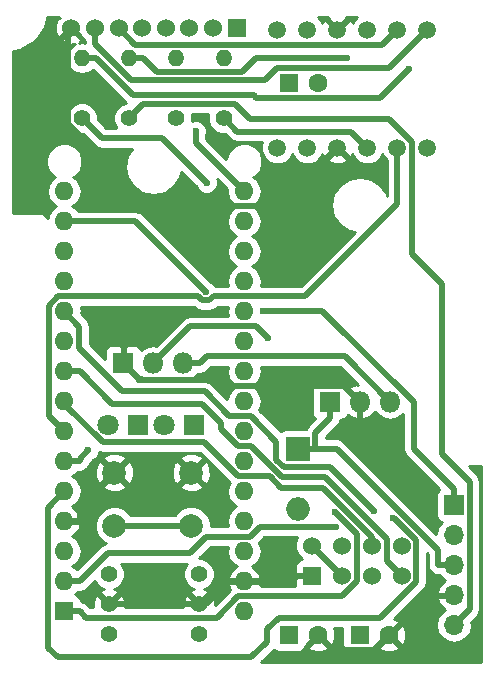
<source format=gbr>
G04 #@! TF.FileFunction,Copper,L2,Bot,Signal*
%FSLAX46Y46*%
G04 Gerber Fmt 4.6, Leading zero omitted, Abs format (unit mm)*
G04 Created by KiCad (PCBNEW 4.0.7) date 07/08/18 15:45:41*
%MOMM*%
%LPD*%
G01*
G04 APERTURE LIST*
%ADD10C,0.100000*%
%ADD11R,1.600000X1.600000*%
%ADD12C,1.600000*%
%ADD13O,1.600000X1.600000*%
%ADD14R,2.000000X2.000000*%
%ADD15O,2.000000X2.000000*%
%ADD16R,1.800000X1.800000*%
%ADD17C,1.800000*%
%ADD18C,1.400000*%
%ADD19R,1.700000X1.700000*%
%ADD20O,1.700000X1.700000*%
%ADD21O,1.400000X1.400000*%
%ADD22C,2.000000*%
%ADD23R,1.524000X1.524000*%
%ADD24C,1.524000*%
%ADD25O,1.800000X1.800000*%
%ADD26C,1.500000*%
%ADD27C,0.600000*%
%ADD28C,0.500000*%
%ADD29C,0.254000*%
G04 APERTURE END LIST*
D10*
D11*
X141000000Y-79250000D03*
D12*
X143500000Y-79250000D03*
D11*
X141000000Y-126000000D03*
D12*
X143500000Y-126000000D03*
D11*
X147000000Y-126000000D03*
D12*
X149500000Y-126000000D03*
D11*
X122000000Y-124000000D03*
D13*
X137240000Y-90980000D03*
X122000000Y-121460000D03*
X137240000Y-93520000D03*
X122000000Y-118920000D03*
X137240000Y-96060000D03*
X122000000Y-116380000D03*
X137240000Y-98600000D03*
X122000000Y-113840000D03*
X137240000Y-101140000D03*
X122000000Y-111300000D03*
X137240000Y-103680000D03*
X122000000Y-108760000D03*
X137240000Y-106220000D03*
X122000000Y-106220000D03*
X137240000Y-108760000D03*
X122000000Y-103680000D03*
X137240000Y-111300000D03*
X122000000Y-101140000D03*
X137240000Y-113840000D03*
X122000000Y-98600000D03*
X137240000Y-116380000D03*
X122000000Y-96060000D03*
X137240000Y-118920000D03*
X122000000Y-93520000D03*
X137240000Y-121460000D03*
X122000000Y-90980000D03*
X137240000Y-124000000D03*
X122000000Y-88440000D03*
X137240000Y-88440000D03*
D14*
X141750000Y-110250000D03*
D15*
X141750000Y-115330000D03*
D16*
X133000000Y-108250000D03*
D17*
X130460000Y-108250000D03*
D16*
X128250000Y-108250000D03*
D17*
X125710000Y-108250000D03*
D18*
X125790000Y-125940000D03*
X133410000Y-125940000D03*
X125790000Y-123400000D03*
X133410000Y-123400000D03*
X125790000Y-120860000D03*
X133410000Y-120860000D03*
D19*
X155000000Y-115000000D03*
D20*
X155000000Y-117540000D03*
X155000000Y-120080000D03*
X155000000Y-122620000D03*
X155000000Y-125160000D03*
D18*
X123500000Y-82250000D03*
D21*
X123500000Y-77170000D03*
D18*
X127500000Y-82250000D03*
D21*
X127500000Y-77170000D03*
D18*
X131500000Y-82250000D03*
D21*
X131500000Y-77170000D03*
D18*
X135500000Y-82250000D03*
D21*
X135500000Y-77170000D03*
D22*
X126250000Y-116750000D03*
X126250000Y-112250000D03*
X132750000Y-116750000D03*
X132750000Y-112250000D03*
D23*
X136600000Y-74600000D03*
D24*
X134600000Y-74600000D03*
X132600000Y-74600000D03*
X130600000Y-74600000D03*
X128600000Y-74600000D03*
X126600000Y-74600000D03*
X124600000Y-74600000D03*
X122600000Y-74600000D03*
D16*
X144500000Y-106250000D03*
D25*
X147040000Y-106250000D03*
X149580000Y-106250000D03*
D16*
X127000000Y-103000000D03*
D25*
X129540000Y-103000000D03*
X132080000Y-103000000D03*
D26*
X140050000Y-84750000D03*
X140050000Y-74750000D03*
X142590000Y-84750000D03*
X142590000Y-74750000D03*
X145130000Y-84750000D03*
X145130000Y-74750000D03*
X147670000Y-84750000D03*
X147670000Y-74750000D03*
X150210000Y-84750000D03*
X150210000Y-74750000D03*
X152750000Y-84750000D03*
X152750000Y-74750000D03*
D23*
X142950000Y-121000000D03*
D24*
X142950000Y-118460000D03*
X145490000Y-121000000D03*
X145490000Y-118460000D03*
X148030000Y-121000000D03*
X148030000Y-118460000D03*
X150570000Y-121000000D03*
X150570000Y-118460000D03*
D27*
X139241600Y-100845500D03*
X144901500Y-115628500D03*
X144976300Y-116843600D03*
X149853800Y-116096200D03*
X124028800Y-110375400D03*
X151171400Y-78066600D03*
X143200300Y-113553000D03*
X148240900Y-115534700D03*
X133982100Y-96932800D03*
X133142100Y-83353800D03*
X134048500Y-87698700D03*
X138865500Y-98550500D03*
X145957700Y-77112800D03*
D28*
X143250000Y-108900000D02*
X143250000Y-110250000D01*
X144500000Y-107650000D02*
X143250000Y-108900000D01*
X144500000Y-106250000D02*
X144500000Y-107650000D01*
X141750000Y-110250000D02*
X143250000Y-110250000D01*
X145085600Y-110250000D02*
X143250000Y-110250000D01*
X153650000Y-118814400D02*
X145085600Y-110250000D01*
X153650000Y-120080000D02*
X153650000Y-118814400D01*
X155000000Y-120080000D02*
X153650000Y-120080000D01*
X137240000Y-121460000D02*
X135940000Y-121460000D01*
X123300000Y-115200000D02*
X126250000Y-112250000D01*
X123300000Y-116380000D02*
X123300000Y-115200000D01*
X122000000Y-116380000D02*
X123300000Y-116380000D01*
X122333800Y-74866200D02*
X122600000Y-74600000D01*
X122333800Y-82760500D02*
X122333800Y-74866200D01*
X129283200Y-89709900D02*
X122333800Y-82760500D01*
X140170100Y-89709900D02*
X129283200Y-89709900D01*
X145130000Y-84750000D02*
X140170100Y-89709900D01*
X128402900Y-104402900D02*
X127000000Y-103000000D01*
X134429100Y-104402900D02*
X128402900Y-104402900D01*
X134976200Y-104950000D02*
X134429100Y-104402900D01*
X138440000Y-104950000D02*
X134976200Y-104950000D01*
X138490400Y-104899600D02*
X138440000Y-104950000D01*
X145689600Y-104899600D02*
X138490400Y-104899600D01*
X147040000Y-106250000D02*
X145689600Y-104899600D01*
X148249600Y-127250400D02*
X149500000Y-126000000D01*
X144750400Y-127250400D02*
X148249600Y-127250400D01*
X143500000Y-126000000D02*
X144750400Y-127250400D01*
X134000000Y-123400000D02*
X133410000Y-123400000D01*
X135940000Y-121460000D02*
X134000000Y-123400000D01*
X133410000Y-123400000D02*
X125790000Y-123400000D01*
X139000000Y-121000000D02*
X138540000Y-121460000D01*
X142950000Y-121000000D02*
X139000000Y-121000000D01*
X137240000Y-121460000D02*
X138540000Y-121460000D01*
X136635700Y-83385700D02*
X135500000Y-82250000D01*
X146305700Y-83385700D02*
X136635700Y-83385700D01*
X147670000Y-84750000D02*
X146305700Y-83385700D01*
X145750100Y-102420100D02*
X149580000Y-106250000D01*
X134059900Y-102420100D02*
X145750100Y-102420100D01*
X133480000Y-103000000D02*
X134059900Y-102420100D01*
X132080000Y-103000000D02*
X133480000Y-103000000D01*
X145490000Y-121000000D02*
X142950000Y-118460000D01*
X132670000Y-99870000D02*
X129540000Y-103000000D01*
X138266100Y-99870000D02*
X132670000Y-99870000D01*
X139241600Y-100845500D02*
X138266100Y-99870000D01*
X122000000Y-124000000D02*
X123300000Y-124000000D01*
X146760000Y-117487000D02*
X144901500Y-115628500D01*
X146760000Y-121466800D02*
X146760000Y-117487000D01*
X145516400Y-122710400D02*
X146760000Y-121466800D01*
X136734500Y-122710400D02*
X145516400Y-122710400D01*
X134894500Y-124550400D02*
X136734500Y-122710400D01*
X123850400Y-124550400D02*
X134894500Y-124550400D01*
X123300000Y-124000000D02*
X123850400Y-124550400D01*
X122000000Y-121460000D02*
X123300000Y-121460000D01*
X138576600Y-116843600D02*
X144976300Y-116843600D01*
X137750600Y-117669600D02*
X138576600Y-116843600D01*
X134030600Y-117669600D02*
X137750600Y-117669600D01*
X132617400Y-119082800D02*
X134030600Y-117669600D01*
X125677200Y-119082800D02*
X132617400Y-119082800D01*
X123300000Y-121460000D02*
X125677200Y-119082800D01*
X149937600Y-116096200D02*
X149853800Y-116096200D01*
X151799900Y-117958500D02*
X149937600Y-116096200D01*
X151799900Y-121492700D02*
X151799900Y-117958500D01*
X148742800Y-124549800D02*
X151799900Y-121492700D01*
X140150000Y-124549800D02*
X148742800Y-124549800D01*
X139165000Y-125534800D02*
X140150000Y-124549800D01*
X139165000Y-126561100D02*
X139165000Y-125534800D01*
X137824500Y-127901600D02*
X139165000Y-126561100D01*
X121436800Y-127901600D02*
X137824500Y-127901600D01*
X120626400Y-127091200D02*
X121436800Y-127901600D01*
X120626400Y-115213600D02*
X120626400Y-127091200D01*
X122000000Y-113840000D02*
X120626400Y-115213600D01*
X123300000Y-111104200D02*
X123300000Y-111300000D01*
X124028800Y-110375400D02*
X123300000Y-111104200D01*
X122000000Y-111300000D02*
X123300000Y-111300000D01*
X123500000Y-77170000D02*
X124700000Y-77170000D01*
X148733600Y-80504400D02*
X151171400Y-78066600D01*
X138270600Y-80504400D02*
X148733600Y-80504400D01*
X138064000Y-80297800D02*
X138270600Y-80504400D01*
X127827800Y-80297800D02*
X138064000Y-80297800D01*
X124700000Y-77170000D02*
X127827800Y-80297800D01*
X150210000Y-89544400D02*
X150210000Y-84750000D01*
X142424400Y-97330000D02*
X150210000Y-89544400D01*
X134646100Y-97330000D02*
X142424400Y-97330000D01*
X134293000Y-97683100D02*
X134646100Y-97330000D01*
X133671300Y-97683100D02*
X134293000Y-97683100D01*
X133318200Y-97330000D02*
X133671300Y-97683100D01*
X121495000Y-97330000D02*
X133318200Y-97330000D01*
X120710400Y-98114600D02*
X121495000Y-97330000D01*
X120710400Y-107470400D02*
X120710400Y-98114600D01*
X122000000Y-108760000D02*
X120710400Y-107470400D01*
X140369500Y-113553000D02*
X143200300Y-113553000D01*
X139386500Y-112570000D02*
X140369500Y-113553000D01*
X136741500Y-112570000D02*
X139386500Y-112570000D01*
X133863000Y-109691500D02*
X136741500Y-112570000D01*
X125241500Y-109691500D02*
X133863000Y-109691500D01*
X122000000Y-106450000D02*
X125241500Y-109691500D01*
X122000000Y-106220000D02*
X122000000Y-106450000D01*
X148030000Y-117668600D02*
X148030000Y-118460000D01*
X143914400Y-113553000D02*
X148030000Y-117668600D01*
X143200300Y-113553000D02*
X143914400Y-113553000D01*
X122000000Y-103680000D02*
X123300000Y-103680000D01*
X149300000Y-119730000D02*
X150570000Y-121000000D01*
X149300000Y-117846000D02*
X149300000Y-119730000D01*
X144108700Y-112654700D02*
X149300000Y-117846000D01*
X140461700Y-112654700D02*
X144108700Y-112654700D01*
X137837000Y-110030000D02*
X140461700Y-112654700D01*
X136703600Y-110030000D02*
X137837000Y-110030000D01*
X135252100Y-108578500D02*
X136703600Y-110030000D01*
X135252100Y-108053700D02*
X135252100Y-108578500D01*
X133626100Y-106427700D02*
X135252100Y-108053700D01*
X126047700Y-106427700D02*
X133626100Y-106427700D01*
X123300000Y-103680000D02*
X126047700Y-106427700D01*
X144491100Y-111784900D02*
X148240900Y-115534700D01*
X140582400Y-111784900D02*
X144491100Y-111784900D01*
X139968500Y-111171000D02*
X140582400Y-111784900D01*
X139968500Y-109652500D02*
X139968500Y-111171000D01*
X137806000Y-107490000D02*
X139968500Y-109652500D01*
X135989600Y-107490000D02*
X137806000Y-107490000D01*
X133877000Y-105377400D02*
X135989600Y-107490000D01*
X126925800Y-105377400D02*
X133877000Y-105377400D01*
X123289600Y-101741200D02*
X126925800Y-105377400D01*
X123289600Y-99889600D02*
X123289600Y-101741200D01*
X122000000Y-98600000D02*
X123289600Y-99889600D01*
X128029300Y-90980000D02*
X122000000Y-90980000D01*
X133982100Y-96932800D02*
X128029300Y-90980000D01*
X133142100Y-84342100D02*
X137240000Y-88440000D01*
X133142100Y-83353800D02*
X133142100Y-84342100D01*
X151581800Y-110231800D02*
X155000000Y-113650000D01*
X151581800Y-106288400D02*
X151581800Y-110231800D01*
X143843900Y-98550500D02*
X151581800Y-106288400D01*
X138865500Y-98550500D02*
X143843900Y-98550500D01*
X155000000Y-115000000D02*
X155000000Y-113650000D01*
X130280700Y-83930900D02*
X134048500Y-87698700D01*
X125180900Y-83930900D02*
X130280700Y-83930900D01*
X123500000Y-82250000D02*
X125180900Y-83930900D01*
X156327700Y-123832300D02*
X155000000Y-125160000D01*
X156327700Y-113013000D02*
X156327700Y-123832300D01*
X153954800Y-110640100D02*
X156327700Y-113013000D01*
X153954800Y-96263500D02*
X153954800Y-110640100D01*
X151438900Y-93747600D02*
X153954800Y-96263500D01*
X151438900Y-84281000D02*
X151438900Y-93747600D01*
X149455600Y-82297700D02*
X151438900Y-84281000D01*
X137743300Y-82297700D02*
X149455600Y-82297700D01*
X136495400Y-81049800D02*
X137743300Y-82297700D01*
X128700200Y-81049800D02*
X136495400Y-81049800D01*
X127500000Y-82250000D02*
X128700200Y-81049800D01*
X138247200Y-77112800D02*
X145957700Y-77112800D01*
X137027100Y-78332900D02*
X138247200Y-77112800D01*
X129862900Y-78332900D02*
X137027100Y-78332900D01*
X128700000Y-77170000D02*
X129862900Y-78332900D01*
X127500000Y-77170000D02*
X128700000Y-77170000D01*
X128019600Y-76019600D02*
X126600000Y-74600000D01*
X148940400Y-76019600D02*
X128019600Y-76019600D01*
X150210000Y-74750000D02*
X148940400Y-76019600D01*
X124600000Y-75969200D02*
X124600000Y-74600000D01*
X127664100Y-79033300D02*
X124600000Y-75969200D01*
X138972200Y-79033300D02*
X127664100Y-79033300D01*
X140005900Y-77999600D02*
X138972200Y-79033300D01*
X149500400Y-77999600D02*
X140005900Y-77999600D01*
X152750000Y-74750000D02*
X149500400Y-77999600D01*
X132750000Y-116750000D02*
X126250000Y-116750000D01*
D29*
G36*
X157315000Y-128315000D02*
X138662680Y-128315000D01*
X139732123Y-127245556D01*
X139735910Y-127251441D01*
X139948110Y-127396431D01*
X140200000Y-127447440D01*
X141800000Y-127447440D01*
X142035317Y-127403162D01*
X142251441Y-127264090D01*
X142396431Y-127051890D01*
X142405370Y-127007745D01*
X142671861Y-127007745D01*
X142745995Y-127253864D01*
X143283223Y-127446965D01*
X143853454Y-127419778D01*
X144254005Y-127253864D01*
X144328139Y-127007745D01*
X143500000Y-126179605D01*
X142671861Y-127007745D01*
X142405370Y-127007745D01*
X142444646Y-126813799D01*
X142492255Y-126828139D01*
X143320395Y-126000000D01*
X143306252Y-125985858D01*
X143485858Y-125806253D01*
X143500000Y-125820395D01*
X143514143Y-125806253D01*
X143693748Y-125985858D01*
X143679605Y-126000000D01*
X144507745Y-126828139D01*
X144753864Y-126754005D01*
X144946965Y-126216777D01*
X144919778Y-125646546D01*
X144832070Y-125434800D01*
X145552560Y-125434800D01*
X145552560Y-126800000D01*
X145596838Y-127035317D01*
X145735910Y-127251441D01*
X145948110Y-127396431D01*
X146200000Y-127447440D01*
X147800000Y-127447440D01*
X148035317Y-127403162D01*
X148251441Y-127264090D01*
X148396431Y-127051890D01*
X148405370Y-127007745D01*
X148671861Y-127007745D01*
X148745995Y-127253864D01*
X149283223Y-127446965D01*
X149853454Y-127419778D01*
X150254005Y-127253864D01*
X150328139Y-127007745D01*
X149500000Y-126179605D01*
X148671861Y-127007745D01*
X148405370Y-127007745D01*
X148444646Y-126813799D01*
X148492255Y-126828139D01*
X149320395Y-126000000D01*
X149679605Y-126000000D01*
X150507745Y-126828139D01*
X150753864Y-126754005D01*
X150946965Y-126216777D01*
X150919778Y-125646546D01*
X150753864Y-125245995D01*
X150507745Y-125171861D01*
X149679605Y-126000000D01*
X149320395Y-126000000D01*
X149306253Y-125985858D01*
X149485858Y-125806252D01*
X149500000Y-125820395D01*
X150328139Y-124992255D01*
X150254005Y-124746136D01*
X149918601Y-124625579D01*
X152425687Y-122118492D01*
X152425690Y-122118490D01*
X152617533Y-121831375D01*
X152618722Y-121825399D01*
X152684901Y-121492700D01*
X152684900Y-121492695D01*
X152684900Y-119100879D01*
X152765000Y-119180979D01*
X152765000Y-120080000D01*
X152832367Y-120418675D01*
X153024210Y-120705790D01*
X153311325Y-120897633D01*
X153650000Y-120965000D01*
X153810568Y-120965000D01*
X153920853Y-121130054D01*
X154261553Y-121357702D01*
X154118642Y-121424817D01*
X153728355Y-121853076D01*
X153558524Y-122263110D01*
X153679845Y-122493000D01*
X154873000Y-122493000D01*
X154873000Y-122473000D01*
X155127000Y-122473000D01*
X155127000Y-122493000D01*
X155147000Y-122493000D01*
X155147000Y-122747000D01*
X155127000Y-122747000D01*
X155127000Y-122767000D01*
X154873000Y-122767000D01*
X154873000Y-122747000D01*
X153679845Y-122747000D01*
X153558524Y-122976890D01*
X153728355Y-123386924D01*
X154118642Y-123815183D01*
X154261553Y-123882298D01*
X153920853Y-124109946D01*
X153598946Y-124591715D01*
X153485907Y-125160000D01*
X153598946Y-125728285D01*
X153920853Y-126210054D01*
X154402622Y-126531961D01*
X154970907Y-126645000D01*
X155029093Y-126645000D01*
X155597378Y-126531961D01*
X156079147Y-126210054D01*
X156401054Y-125728285D01*
X156514093Y-125160000D01*
X156470539Y-124941040D01*
X156953487Y-124458092D01*
X156953490Y-124458090D01*
X157145333Y-124170975D01*
X157212700Y-123832300D01*
X157212700Y-113013000D01*
X157145333Y-112674325D01*
X156953490Y-112387210D01*
X156953487Y-112387208D01*
X156251279Y-111685000D01*
X157315000Y-111685000D01*
X157315000Y-128315000D01*
X157315000Y-128315000D01*
G37*
X157315000Y-128315000D02*
X138662680Y-128315000D01*
X139732123Y-127245556D01*
X139735910Y-127251441D01*
X139948110Y-127396431D01*
X140200000Y-127447440D01*
X141800000Y-127447440D01*
X142035317Y-127403162D01*
X142251441Y-127264090D01*
X142396431Y-127051890D01*
X142405370Y-127007745D01*
X142671861Y-127007745D01*
X142745995Y-127253864D01*
X143283223Y-127446965D01*
X143853454Y-127419778D01*
X144254005Y-127253864D01*
X144328139Y-127007745D01*
X143500000Y-126179605D01*
X142671861Y-127007745D01*
X142405370Y-127007745D01*
X142444646Y-126813799D01*
X142492255Y-126828139D01*
X143320395Y-126000000D01*
X143306252Y-125985858D01*
X143485858Y-125806253D01*
X143500000Y-125820395D01*
X143514143Y-125806253D01*
X143693748Y-125985858D01*
X143679605Y-126000000D01*
X144507745Y-126828139D01*
X144753864Y-126754005D01*
X144946965Y-126216777D01*
X144919778Y-125646546D01*
X144832070Y-125434800D01*
X145552560Y-125434800D01*
X145552560Y-126800000D01*
X145596838Y-127035317D01*
X145735910Y-127251441D01*
X145948110Y-127396431D01*
X146200000Y-127447440D01*
X147800000Y-127447440D01*
X148035317Y-127403162D01*
X148251441Y-127264090D01*
X148396431Y-127051890D01*
X148405370Y-127007745D01*
X148671861Y-127007745D01*
X148745995Y-127253864D01*
X149283223Y-127446965D01*
X149853454Y-127419778D01*
X150254005Y-127253864D01*
X150328139Y-127007745D01*
X149500000Y-126179605D01*
X148671861Y-127007745D01*
X148405370Y-127007745D01*
X148444646Y-126813799D01*
X148492255Y-126828139D01*
X149320395Y-126000000D01*
X149679605Y-126000000D01*
X150507745Y-126828139D01*
X150753864Y-126754005D01*
X150946965Y-126216777D01*
X150919778Y-125646546D01*
X150753864Y-125245995D01*
X150507745Y-125171861D01*
X149679605Y-126000000D01*
X149320395Y-126000000D01*
X149306253Y-125985858D01*
X149485858Y-125806252D01*
X149500000Y-125820395D01*
X150328139Y-124992255D01*
X150254005Y-124746136D01*
X149918601Y-124625579D01*
X152425687Y-122118492D01*
X152425690Y-122118490D01*
X152617533Y-121831375D01*
X152618722Y-121825399D01*
X152684901Y-121492700D01*
X152684900Y-121492695D01*
X152684900Y-119100879D01*
X152765000Y-119180979D01*
X152765000Y-120080000D01*
X152832367Y-120418675D01*
X153024210Y-120705790D01*
X153311325Y-120897633D01*
X153650000Y-120965000D01*
X153810568Y-120965000D01*
X153920853Y-121130054D01*
X154261553Y-121357702D01*
X154118642Y-121424817D01*
X153728355Y-121853076D01*
X153558524Y-122263110D01*
X153679845Y-122493000D01*
X154873000Y-122493000D01*
X154873000Y-122473000D01*
X155127000Y-122473000D01*
X155127000Y-122493000D01*
X155147000Y-122493000D01*
X155147000Y-122747000D01*
X155127000Y-122747000D01*
X155127000Y-122767000D01*
X154873000Y-122767000D01*
X154873000Y-122747000D01*
X153679845Y-122747000D01*
X153558524Y-122976890D01*
X153728355Y-123386924D01*
X154118642Y-123815183D01*
X154261553Y-123882298D01*
X153920853Y-124109946D01*
X153598946Y-124591715D01*
X153485907Y-125160000D01*
X153598946Y-125728285D01*
X153920853Y-126210054D01*
X154402622Y-126531961D01*
X154970907Y-126645000D01*
X155029093Y-126645000D01*
X155597378Y-126531961D01*
X156079147Y-126210054D01*
X156401054Y-125728285D01*
X156514093Y-125160000D01*
X156470539Y-124941040D01*
X156953487Y-124458092D01*
X156953490Y-124458090D01*
X157145333Y-124170975D01*
X157212700Y-123832300D01*
X157212700Y-113013000D01*
X157145333Y-112674325D01*
X156953490Y-112387210D01*
X156953487Y-112387208D01*
X156251279Y-111685000D01*
X157315000Y-111685000D01*
X157315000Y-128315000D01*
G36*
X141553243Y-118180900D02*
X141552758Y-118736661D01*
X141764990Y-119250303D01*
X142117072Y-119603000D01*
X142061691Y-119603000D01*
X141828302Y-119699673D01*
X141649673Y-119878301D01*
X141553000Y-120111690D01*
X141553000Y-120714250D01*
X141711750Y-120873000D01*
X142823000Y-120873000D01*
X142823000Y-120853000D01*
X143077000Y-120853000D01*
X143077000Y-120873000D01*
X143097000Y-120873000D01*
X143097000Y-121127000D01*
X143077000Y-121127000D01*
X143077000Y-121147000D01*
X142823000Y-121147000D01*
X142823000Y-121127000D01*
X141711750Y-121127000D01*
X141553000Y-121285750D01*
X141553000Y-121825400D01*
X138625128Y-121825400D01*
X138631904Y-121809039D01*
X138509915Y-121587000D01*
X137367000Y-121587000D01*
X137367000Y-121607000D01*
X137113000Y-121607000D01*
X137113000Y-121587000D01*
X135970085Y-121587000D01*
X135848096Y-121809039D01*
X136005134Y-122188187D01*
X134749345Y-123443975D01*
X134728664Y-123062560D01*
X134581042Y-122706169D01*
X134345275Y-122644331D01*
X133589605Y-123400000D01*
X133603748Y-123414143D01*
X133424143Y-123593748D01*
X133410000Y-123579605D01*
X133395858Y-123593748D01*
X133216253Y-123414143D01*
X133230395Y-123400000D01*
X132474725Y-122644331D01*
X132238958Y-122706169D01*
X132062581Y-123207122D01*
X132087430Y-123665400D01*
X127111885Y-123665400D01*
X127137419Y-123592878D01*
X127108664Y-123062560D01*
X126961042Y-122706169D01*
X126725275Y-122644331D01*
X125969605Y-123400000D01*
X125983748Y-123414143D01*
X125804143Y-123593748D01*
X125790000Y-123579605D01*
X125775858Y-123593748D01*
X125596253Y-123414143D01*
X125610395Y-123400000D01*
X124854725Y-122644331D01*
X124618958Y-122706169D01*
X124442581Y-123207122D01*
X124467430Y-123665400D01*
X124216979Y-123665400D01*
X123925790Y-123374210D01*
X123868887Y-123336189D01*
X123638675Y-123182367D01*
X123582484Y-123171190D01*
X123436557Y-123142163D01*
X123403162Y-122964683D01*
X123264090Y-122748559D01*
X123051890Y-122603569D01*
X122896911Y-122572185D01*
X123042811Y-122474698D01*
X123129473Y-122345000D01*
X123299995Y-122345000D01*
X123300000Y-122345001D01*
X123604489Y-122284433D01*
X123638675Y-122277633D01*
X123925790Y-122085790D01*
X124581203Y-121430377D01*
X124657582Y-121615229D01*
X125032796Y-121991098D01*
X125351212Y-122123316D01*
X125096169Y-122228958D01*
X125034331Y-122464725D01*
X125790000Y-123220395D01*
X126545669Y-122464725D01*
X126483831Y-122228958D01*
X126207889Y-122131804D01*
X126545229Y-121992418D01*
X126921098Y-121617204D01*
X127124768Y-121126713D01*
X127125231Y-120595617D01*
X126922418Y-120104771D01*
X126785686Y-119967800D01*
X132414134Y-119967800D01*
X132278902Y-120102796D01*
X132075232Y-120593287D01*
X132074769Y-121124383D01*
X132277582Y-121615229D01*
X132652796Y-121991098D01*
X132971212Y-122123316D01*
X132716169Y-122228958D01*
X132654331Y-122464725D01*
X133410000Y-123220395D01*
X134165669Y-122464725D01*
X134103831Y-122228958D01*
X133827889Y-122131804D01*
X134165229Y-121992418D01*
X134541098Y-121617204D01*
X134744768Y-121126713D01*
X134745231Y-120595617D01*
X134542418Y-120104771D01*
X134167204Y-119728902D01*
X133676713Y-119525232D01*
X133426766Y-119525014D01*
X134397179Y-118554600D01*
X135849570Y-118554600D01*
X135776887Y-118920000D01*
X135886120Y-119469151D01*
X136197189Y-119934698D01*
X136601703Y-120204986D01*
X136384866Y-120307611D01*
X136008959Y-120722577D01*
X135848096Y-121110961D01*
X135970085Y-121333000D01*
X137113000Y-121333000D01*
X137113000Y-121313000D01*
X137367000Y-121313000D01*
X137367000Y-121333000D01*
X138509915Y-121333000D01*
X138631904Y-121110961D01*
X138471041Y-120722577D01*
X138095134Y-120307611D01*
X137878297Y-120204986D01*
X138282811Y-119934698D01*
X138593880Y-119469151D01*
X138703113Y-118920000D01*
X138593880Y-118370849D01*
X138476541Y-118195239D01*
X138943179Y-117728600D01*
X141741054Y-117728600D01*
X141553243Y-118180900D01*
X141553243Y-118180900D01*
G37*
X141553243Y-118180900D02*
X141552758Y-118736661D01*
X141764990Y-119250303D01*
X142117072Y-119603000D01*
X142061691Y-119603000D01*
X141828302Y-119699673D01*
X141649673Y-119878301D01*
X141553000Y-120111690D01*
X141553000Y-120714250D01*
X141711750Y-120873000D01*
X142823000Y-120873000D01*
X142823000Y-120853000D01*
X143077000Y-120853000D01*
X143077000Y-120873000D01*
X143097000Y-120873000D01*
X143097000Y-121127000D01*
X143077000Y-121127000D01*
X143077000Y-121147000D01*
X142823000Y-121147000D01*
X142823000Y-121127000D01*
X141711750Y-121127000D01*
X141553000Y-121285750D01*
X141553000Y-121825400D01*
X138625128Y-121825400D01*
X138631904Y-121809039D01*
X138509915Y-121587000D01*
X137367000Y-121587000D01*
X137367000Y-121607000D01*
X137113000Y-121607000D01*
X137113000Y-121587000D01*
X135970085Y-121587000D01*
X135848096Y-121809039D01*
X136005134Y-122188187D01*
X134749345Y-123443975D01*
X134728664Y-123062560D01*
X134581042Y-122706169D01*
X134345275Y-122644331D01*
X133589605Y-123400000D01*
X133603748Y-123414143D01*
X133424143Y-123593748D01*
X133410000Y-123579605D01*
X133395858Y-123593748D01*
X133216253Y-123414143D01*
X133230395Y-123400000D01*
X132474725Y-122644331D01*
X132238958Y-122706169D01*
X132062581Y-123207122D01*
X132087430Y-123665400D01*
X127111885Y-123665400D01*
X127137419Y-123592878D01*
X127108664Y-123062560D01*
X126961042Y-122706169D01*
X126725275Y-122644331D01*
X125969605Y-123400000D01*
X125983748Y-123414143D01*
X125804143Y-123593748D01*
X125790000Y-123579605D01*
X125775858Y-123593748D01*
X125596253Y-123414143D01*
X125610395Y-123400000D01*
X124854725Y-122644331D01*
X124618958Y-122706169D01*
X124442581Y-123207122D01*
X124467430Y-123665400D01*
X124216979Y-123665400D01*
X123925790Y-123374210D01*
X123868887Y-123336189D01*
X123638675Y-123182367D01*
X123582484Y-123171190D01*
X123436557Y-123142163D01*
X123403162Y-122964683D01*
X123264090Y-122748559D01*
X123051890Y-122603569D01*
X122896911Y-122572185D01*
X123042811Y-122474698D01*
X123129473Y-122345000D01*
X123299995Y-122345000D01*
X123300000Y-122345001D01*
X123604489Y-122284433D01*
X123638675Y-122277633D01*
X123925790Y-122085790D01*
X124581203Y-121430377D01*
X124657582Y-121615229D01*
X125032796Y-121991098D01*
X125351212Y-122123316D01*
X125096169Y-122228958D01*
X125034331Y-122464725D01*
X125790000Y-123220395D01*
X126545669Y-122464725D01*
X126483831Y-122228958D01*
X126207889Y-122131804D01*
X126545229Y-121992418D01*
X126921098Y-121617204D01*
X127124768Y-121126713D01*
X127125231Y-120595617D01*
X126922418Y-120104771D01*
X126785686Y-119967800D01*
X132414134Y-119967800D01*
X132278902Y-120102796D01*
X132075232Y-120593287D01*
X132074769Y-121124383D01*
X132277582Y-121615229D01*
X132652796Y-121991098D01*
X132971212Y-122123316D01*
X132716169Y-122228958D01*
X132654331Y-122464725D01*
X133410000Y-123220395D01*
X134165669Y-122464725D01*
X134103831Y-122228958D01*
X133827889Y-122131804D01*
X134165229Y-121992418D01*
X134541098Y-121617204D01*
X134744768Y-121126713D01*
X134745231Y-120595617D01*
X134542418Y-120104771D01*
X134167204Y-119728902D01*
X133676713Y-119525232D01*
X133426766Y-119525014D01*
X134397179Y-118554600D01*
X135849570Y-118554600D01*
X135776887Y-118920000D01*
X135886120Y-119469151D01*
X136197189Y-119934698D01*
X136601703Y-120204986D01*
X136384866Y-120307611D01*
X136008959Y-120722577D01*
X135848096Y-121110961D01*
X135970085Y-121333000D01*
X137113000Y-121333000D01*
X137113000Y-121313000D01*
X137367000Y-121313000D01*
X137367000Y-121333000D01*
X138509915Y-121333000D01*
X138631904Y-121110961D01*
X138471041Y-120722577D01*
X138095134Y-120307611D01*
X137878297Y-120204986D01*
X138282811Y-119934698D01*
X138593880Y-119469151D01*
X138703113Y-118920000D01*
X138593880Y-118370849D01*
X138476541Y-118195239D01*
X138943179Y-117728600D01*
X141741054Y-117728600D01*
X141553243Y-118180900D01*
G36*
X125241500Y-110576501D02*
X125241505Y-110576500D01*
X133496420Y-110576500D01*
X136016157Y-113096236D01*
X135886120Y-113290849D01*
X135776887Y-113840000D01*
X135886120Y-114389151D01*
X136197189Y-114854698D01*
X136579275Y-115110000D01*
X136197189Y-115365302D01*
X135886120Y-115830849D01*
X135776887Y-116380000D01*
X135857367Y-116784600D01*
X134384971Y-116784600D01*
X134385284Y-116426205D01*
X134136894Y-115825057D01*
X133677363Y-115364722D01*
X133076648Y-115115284D01*
X132426205Y-115114716D01*
X131825057Y-115363106D01*
X131364722Y-115822637D01*
X131347131Y-115865000D01*
X127653398Y-115865000D01*
X127636894Y-115825057D01*
X127177363Y-115364722D01*
X126576648Y-115115284D01*
X125926205Y-115114716D01*
X125325057Y-115363106D01*
X124864722Y-115822637D01*
X124615284Y-116423352D01*
X124614716Y-117073795D01*
X124863106Y-117674943D01*
X125322637Y-118135278D01*
X125539277Y-118225235D01*
X125338525Y-118265167D01*
X125051410Y-118457010D01*
X125051408Y-118457013D01*
X123050945Y-120457475D01*
X123042811Y-120445302D01*
X122660725Y-120190000D01*
X123042811Y-119934698D01*
X123353880Y-119469151D01*
X123463113Y-118920000D01*
X123353880Y-118370849D01*
X123042811Y-117905302D01*
X122638297Y-117635014D01*
X122855134Y-117532389D01*
X123231041Y-117117423D01*
X123391904Y-116729039D01*
X123269915Y-116507000D01*
X122127000Y-116507000D01*
X122127000Y-116527000D01*
X121873000Y-116527000D01*
X121873000Y-116507000D01*
X121853000Y-116507000D01*
X121853000Y-116253000D01*
X121873000Y-116253000D01*
X121873000Y-116233000D01*
X122127000Y-116233000D01*
X122127000Y-116253000D01*
X123269915Y-116253000D01*
X123391904Y-116030961D01*
X123231041Y-115642577D01*
X122855134Y-115227611D01*
X122638297Y-115124986D01*
X123042811Y-114854698D01*
X123353880Y-114389151D01*
X123463113Y-113840000D01*
X123376096Y-113402532D01*
X125277073Y-113402532D01*
X125375736Y-113669387D01*
X125985461Y-113895908D01*
X126635460Y-113871856D01*
X127124264Y-113669387D01*
X127222927Y-113402532D01*
X131777073Y-113402532D01*
X131875736Y-113669387D01*
X132485461Y-113895908D01*
X133135460Y-113871856D01*
X133624264Y-113669387D01*
X133722927Y-113402532D01*
X132750000Y-112429605D01*
X131777073Y-113402532D01*
X127222927Y-113402532D01*
X126250000Y-112429605D01*
X125277073Y-113402532D01*
X123376096Y-113402532D01*
X123353880Y-113290849D01*
X123042811Y-112825302D01*
X122660725Y-112570000D01*
X123042811Y-112314698D01*
X123129473Y-112185000D01*
X123300000Y-112185000D01*
X123638675Y-112117633D01*
X123836485Y-111985461D01*
X124604092Y-111985461D01*
X124628144Y-112635460D01*
X124830613Y-113124264D01*
X125097468Y-113222927D01*
X126070395Y-112250000D01*
X126429605Y-112250000D01*
X127402532Y-113222927D01*
X127669387Y-113124264D01*
X127895908Y-112514539D01*
X127876331Y-111985461D01*
X131104092Y-111985461D01*
X131128144Y-112635460D01*
X131330613Y-113124264D01*
X131597468Y-113222927D01*
X132570395Y-112250000D01*
X132929605Y-112250000D01*
X133902532Y-113222927D01*
X134169387Y-113124264D01*
X134395908Y-112514539D01*
X134371856Y-111864540D01*
X134169387Y-111375736D01*
X133902532Y-111277073D01*
X132929605Y-112250000D01*
X132570395Y-112250000D01*
X131597468Y-111277073D01*
X131330613Y-111375736D01*
X131104092Y-111985461D01*
X127876331Y-111985461D01*
X127871856Y-111864540D01*
X127669387Y-111375736D01*
X127402532Y-111277073D01*
X126429605Y-112250000D01*
X126070395Y-112250000D01*
X125097468Y-111277073D01*
X124830613Y-111375736D01*
X124604092Y-111985461D01*
X123836485Y-111985461D01*
X123925790Y-111925790D01*
X124117633Y-111638675D01*
X124142595Y-111513185D01*
X124437635Y-111218145D01*
X124557743Y-111168517D01*
X124628916Y-111097468D01*
X125277073Y-111097468D01*
X126250000Y-112070395D01*
X127222927Y-111097468D01*
X131777073Y-111097468D01*
X132750000Y-112070395D01*
X133722927Y-111097468D01*
X133624264Y-110830613D01*
X133014539Y-110604092D01*
X132364540Y-110628144D01*
X131875736Y-110830613D01*
X131777073Y-111097468D01*
X127222927Y-111097468D01*
X127124264Y-110830613D01*
X126514539Y-110604092D01*
X125864540Y-110628144D01*
X125375736Y-110830613D01*
X125277073Y-111097468D01*
X124628916Y-111097468D01*
X124820992Y-110905727D01*
X124963638Y-110562199D01*
X124963674Y-110521237D01*
X125241500Y-110576501D01*
X125241500Y-110576501D01*
G37*
X125241500Y-110576501D02*
X125241505Y-110576500D01*
X133496420Y-110576500D01*
X136016157Y-113096236D01*
X135886120Y-113290849D01*
X135776887Y-113840000D01*
X135886120Y-114389151D01*
X136197189Y-114854698D01*
X136579275Y-115110000D01*
X136197189Y-115365302D01*
X135886120Y-115830849D01*
X135776887Y-116380000D01*
X135857367Y-116784600D01*
X134384971Y-116784600D01*
X134385284Y-116426205D01*
X134136894Y-115825057D01*
X133677363Y-115364722D01*
X133076648Y-115115284D01*
X132426205Y-115114716D01*
X131825057Y-115363106D01*
X131364722Y-115822637D01*
X131347131Y-115865000D01*
X127653398Y-115865000D01*
X127636894Y-115825057D01*
X127177363Y-115364722D01*
X126576648Y-115115284D01*
X125926205Y-115114716D01*
X125325057Y-115363106D01*
X124864722Y-115822637D01*
X124615284Y-116423352D01*
X124614716Y-117073795D01*
X124863106Y-117674943D01*
X125322637Y-118135278D01*
X125539277Y-118225235D01*
X125338525Y-118265167D01*
X125051410Y-118457010D01*
X125051408Y-118457013D01*
X123050945Y-120457475D01*
X123042811Y-120445302D01*
X122660725Y-120190000D01*
X123042811Y-119934698D01*
X123353880Y-119469151D01*
X123463113Y-118920000D01*
X123353880Y-118370849D01*
X123042811Y-117905302D01*
X122638297Y-117635014D01*
X122855134Y-117532389D01*
X123231041Y-117117423D01*
X123391904Y-116729039D01*
X123269915Y-116507000D01*
X122127000Y-116507000D01*
X122127000Y-116527000D01*
X121873000Y-116527000D01*
X121873000Y-116507000D01*
X121853000Y-116507000D01*
X121853000Y-116253000D01*
X121873000Y-116253000D01*
X121873000Y-116233000D01*
X122127000Y-116233000D01*
X122127000Y-116253000D01*
X123269915Y-116253000D01*
X123391904Y-116030961D01*
X123231041Y-115642577D01*
X122855134Y-115227611D01*
X122638297Y-115124986D01*
X123042811Y-114854698D01*
X123353880Y-114389151D01*
X123463113Y-113840000D01*
X123376096Y-113402532D01*
X125277073Y-113402532D01*
X125375736Y-113669387D01*
X125985461Y-113895908D01*
X126635460Y-113871856D01*
X127124264Y-113669387D01*
X127222927Y-113402532D01*
X131777073Y-113402532D01*
X131875736Y-113669387D01*
X132485461Y-113895908D01*
X133135460Y-113871856D01*
X133624264Y-113669387D01*
X133722927Y-113402532D01*
X132750000Y-112429605D01*
X131777073Y-113402532D01*
X127222927Y-113402532D01*
X126250000Y-112429605D01*
X125277073Y-113402532D01*
X123376096Y-113402532D01*
X123353880Y-113290849D01*
X123042811Y-112825302D01*
X122660725Y-112570000D01*
X123042811Y-112314698D01*
X123129473Y-112185000D01*
X123300000Y-112185000D01*
X123638675Y-112117633D01*
X123836485Y-111985461D01*
X124604092Y-111985461D01*
X124628144Y-112635460D01*
X124830613Y-113124264D01*
X125097468Y-113222927D01*
X126070395Y-112250000D01*
X126429605Y-112250000D01*
X127402532Y-113222927D01*
X127669387Y-113124264D01*
X127895908Y-112514539D01*
X127876331Y-111985461D01*
X131104092Y-111985461D01*
X131128144Y-112635460D01*
X131330613Y-113124264D01*
X131597468Y-113222927D01*
X132570395Y-112250000D01*
X132929605Y-112250000D01*
X133902532Y-113222927D01*
X134169387Y-113124264D01*
X134395908Y-112514539D01*
X134371856Y-111864540D01*
X134169387Y-111375736D01*
X133902532Y-111277073D01*
X132929605Y-112250000D01*
X132570395Y-112250000D01*
X131597468Y-111277073D01*
X131330613Y-111375736D01*
X131104092Y-111985461D01*
X127876331Y-111985461D01*
X127871856Y-111864540D01*
X127669387Y-111375736D01*
X127402532Y-111277073D01*
X126429605Y-112250000D01*
X126070395Y-112250000D01*
X125097468Y-111277073D01*
X124830613Y-111375736D01*
X124604092Y-111985461D01*
X123836485Y-111985461D01*
X123925790Y-111925790D01*
X124117633Y-111638675D01*
X124142595Y-111513185D01*
X124437635Y-111218145D01*
X124557743Y-111168517D01*
X124628916Y-111097468D01*
X125277073Y-111097468D01*
X126250000Y-112070395D01*
X127222927Y-111097468D01*
X131777073Y-111097468D01*
X132750000Y-112070395D01*
X133722927Y-111097468D01*
X133624264Y-110830613D01*
X133014539Y-110604092D01*
X132364540Y-110628144D01*
X131875736Y-110830613D01*
X131777073Y-111097468D01*
X127222927Y-111097468D01*
X127124264Y-110830613D01*
X126514539Y-110604092D01*
X125864540Y-110628144D01*
X125375736Y-110830613D01*
X125277073Y-111097468D01*
X124628916Y-111097468D01*
X124820992Y-110905727D01*
X124963638Y-110562199D01*
X124963674Y-110521237D01*
X125241500Y-110576501D01*
G36*
X147167000Y-106123000D02*
X147187000Y-106123000D01*
X147187000Y-106377000D01*
X147167000Y-106377000D01*
X147167000Y-107620997D01*
X147404742Y-107741046D01*
X147947576Y-107487966D01*
X148305499Y-107097418D01*
X148464519Y-107335409D01*
X148962509Y-107668155D01*
X149549928Y-107785000D01*
X149610072Y-107785000D01*
X150197491Y-107668155D01*
X150695481Y-107335409D01*
X150696800Y-107333435D01*
X150696800Y-110231795D01*
X150696799Y-110231800D01*
X150745854Y-110478410D01*
X150764167Y-110570475D01*
X150894495Y-110765526D01*
X150956010Y-110857590D01*
X153750748Y-113652327D01*
X153698559Y-113685910D01*
X153553569Y-113898110D01*
X153502560Y-114150000D01*
X153502560Y-115850000D01*
X153546838Y-116085317D01*
X153685910Y-116301441D01*
X153898110Y-116446431D01*
X153965541Y-116460086D01*
X153920853Y-116489946D01*
X153598946Y-116971715D01*
X153509346Y-117422166D01*
X145711390Y-109624210D01*
X145603421Y-109552068D01*
X145424275Y-109432367D01*
X145368084Y-109421190D01*
X145085600Y-109364999D01*
X145085595Y-109365000D01*
X144135000Y-109365000D01*
X144135000Y-109266580D01*
X145125787Y-108275792D01*
X145125790Y-108275790D01*
X145317633Y-107988675D01*
X145328810Y-107932484D01*
X145355673Y-107797440D01*
X145400000Y-107797440D01*
X145635317Y-107753162D01*
X145851441Y-107614090D01*
X145996431Y-107401890D01*
X146006766Y-107350854D01*
X146132424Y-107487966D01*
X146675258Y-107741046D01*
X146913000Y-107620997D01*
X146913000Y-106377000D01*
X146893000Y-106377000D01*
X146893000Y-106123000D01*
X146913000Y-106123000D01*
X146913000Y-106103000D01*
X147167000Y-106103000D01*
X147167000Y-106123000D01*
X147167000Y-106123000D01*
G37*
X147167000Y-106123000D02*
X147187000Y-106123000D01*
X147187000Y-106377000D01*
X147167000Y-106377000D01*
X147167000Y-107620997D01*
X147404742Y-107741046D01*
X147947576Y-107487966D01*
X148305499Y-107097418D01*
X148464519Y-107335409D01*
X148962509Y-107668155D01*
X149549928Y-107785000D01*
X149610072Y-107785000D01*
X150197491Y-107668155D01*
X150695481Y-107335409D01*
X150696800Y-107333435D01*
X150696800Y-110231795D01*
X150696799Y-110231800D01*
X150745854Y-110478410D01*
X150764167Y-110570475D01*
X150894495Y-110765526D01*
X150956010Y-110857590D01*
X153750748Y-113652327D01*
X153698559Y-113685910D01*
X153553569Y-113898110D01*
X153502560Y-114150000D01*
X153502560Y-115850000D01*
X153546838Y-116085317D01*
X153685910Y-116301441D01*
X153898110Y-116446431D01*
X153965541Y-116460086D01*
X153920853Y-116489946D01*
X153598946Y-116971715D01*
X153509346Y-117422166D01*
X145711390Y-109624210D01*
X145603421Y-109552068D01*
X145424275Y-109432367D01*
X145368084Y-109421190D01*
X145085600Y-109364999D01*
X145085595Y-109365000D01*
X144135000Y-109365000D01*
X144135000Y-109266580D01*
X145125787Y-108275792D01*
X145125790Y-108275790D01*
X145317633Y-107988675D01*
X145328810Y-107932484D01*
X145355673Y-107797440D01*
X145400000Y-107797440D01*
X145635317Y-107753162D01*
X145851441Y-107614090D01*
X145996431Y-107401890D01*
X146006766Y-107350854D01*
X146132424Y-107487966D01*
X146675258Y-107741046D01*
X146913000Y-107620997D01*
X146913000Y-106377000D01*
X146893000Y-106377000D01*
X146893000Y-106123000D01*
X146913000Y-106123000D01*
X146913000Y-106103000D01*
X147167000Y-106103000D01*
X147167000Y-106123000D01*
G36*
X146912998Y-104834577D02*
X146912998Y-104879002D01*
X146675258Y-104758954D01*
X146132424Y-105012034D01*
X146009156Y-105146538D01*
X146003162Y-105114683D01*
X145864090Y-104898559D01*
X145651890Y-104753569D01*
X145400000Y-104702560D01*
X143600000Y-104702560D01*
X143364683Y-104746838D01*
X143148559Y-104885910D01*
X143003569Y-105098110D01*
X142952560Y-105350000D01*
X142952560Y-107150000D01*
X142996838Y-107385317D01*
X143135910Y-107601441D01*
X143231598Y-107666822D01*
X142624210Y-108274210D01*
X142432367Y-108561325D01*
X142432367Y-108561326D01*
X142424165Y-108602560D01*
X140750000Y-108602560D01*
X140514683Y-108646838D01*
X140331982Y-108764403D01*
X138490880Y-106923300D01*
X138593880Y-106769151D01*
X138703113Y-106220000D01*
X138593880Y-105670849D01*
X138282811Y-105205302D01*
X137900725Y-104950000D01*
X138282811Y-104694698D01*
X138593880Y-104229151D01*
X138703113Y-103680000D01*
X138628541Y-103305100D01*
X145383520Y-103305100D01*
X146912998Y-104834577D01*
X146912998Y-104834577D01*
G37*
X146912998Y-104834577D02*
X146912998Y-104879002D01*
X146675258Y-104758954D01*
X146132424Y-105012034D01*
X146009156Y-105146538D01*
X146003162Y-105114683D01*
X145864090Y-104898559D01*
X145651890Y-104753569D01*
X145400000Y-104702560D01*
X143600000Y-104702560D01*
X143364683Y-104746838D01*
X143148559Y-104885910D01*
X143003569Y-105098110D01*
X142952560Y-105350000D01*
X142952560Y-107150000D01*
X142996838Y-107385317D01*
X143135910Y-107601441D01*
X143231598Y-107666822D01*
X142624210Y-108274210D01*
X142432367Y-108561325D01*
X142432367Y-108561326D01*
X142424165Y-108602560D01*
X140750000Y-108602560D01*
X140514683Y-108646838D01*
X140331982Y-108764403D01*
X138490880Y-106923300D01*
X138593880Y-106769151D01*
X138703113Y-106220000D01*
X138593880Y-105670849D01*
X138282811Y-105205302D01*
X137900725Y-104950000D01*
X138282811Y-104694698D01*
X138593880Y-104229151D01*
X138703113Y-103680000D01*
X138628541Y-103305100D01*
X145383520Y-103305100D01*
X146912998Y-104834577D01*
G36*
X128377000Y-108123000D02*
X128397000Y-108123000D01*
X128397000Y-108377000D01*
X128377000Y-108377000D01*
X128377000Y-108397000D01*
X128123000Y-108397000D01*
X128123000Y-108377000D01*
X128103000Y-108377000D01*
X128103000Y-108123000D01*
X128123000Y-108123000D01*
X128123000Y-108103000D01*
X128377000Y-108103000D01*
X128377000Y-108123000D01*
X128377000Y-108123000D01*
G37*
X128377000Y-108123000D02*
X128397000Y-108123000D01*
X128397000Y-108377000D01*
X128377000Y-108377000D01*
X128377000Y-108397000D01*
X128123000Y-108397000D01*
X128123000Y-108377000D01*
X128103000Y-108377000D01*
X128103000Y-108123000D01*
X128123000Y-108123000D01*
X128123000Y-108103000D01*
X128377000Y-108103000D01*
X128377000Y-108123000D01*
G36*
X133127000Y-108123000D02*
X133147000Y-108123000D01*
X133147000Y-108377000D01*
X133127000Y-108377000D01*
X133127000Y-108397000D01*
X132873000Y-108397000D01*
X132873000Y-108377000D01*
X132853000Y-108377000D01*
X132853000Y-108123000D01*
X132873000Y-108123000D01*
X132873000Y-108103000D01*
X133127000Y-108103000D01*
X133127000Y-108123000D01*
X133127000Y-108123000D01*
G37*
X133127000Y-108123000D02*
X133147000Y-108123000D01*
X133147000Y-108377000D01*
X133127000Y-108377000D01*
X133127000Y-108397000D01*
X132873000Y-108397000D01*
X132873000Y-108377000D01*
X132853000Y-108377000D01*
X132853000Y-108123000D01*
X132873000Y-108123000D01*
X132873000Y-108103000D01*
X133127000Y-108103000D01*
X133127000Y-108123000D01*
G36*
X135776887Y-103680000D02*
X135886120Y-104229151D01*
X136197189Y-104694698D01*
X136579275Y-104950000D01*
X136197189Y-105205302D01*
X135886120Y-105670849D01*
X135809122Y-106057943D01*
X134502790Y-104751610D01*
X134429381Y-104702560D01*
X134215675Y-104559767D01*
X134159484Y-104548590D01*
X133877000Y-104492399D01*
X133876995Y-104492400D01*
X132324236Y-104492400D01*
X132697491Y-104418155D01*
X133195481Y-104085409D01*
X133329390Y-103885000D01*
X133479995Y-103885000D01*
X133480000Y-103885001D01*
X133762484Y-103828810D01*
X133818675Y-103817633D01*
X134105790Y-103625790D01*
X134426479Y-103305100D01*
X135851459Y-103305100D01*
X135776887Y-103680000D01*
X135776887Y-103680000D01*
G37*
X135776887Y-103680000D02*
X135886120Y-104229151D01*
X136197189Y-104694698D01*
X136579275Y-104950000D01*
X136197189Y-105205302D01*
X135886120Y-105670849D01*
X135809122Y-106057943D01*
X134502790Y-104751610D01*
X134429381Y-104702560D01*
X134215675Y-104559767D01*
X134159484Y-104548590D01*
X133877000Y-104492399D01*
X133876995Y-104492400D01*
X132324236Y-104492400D01*
X132697491Y-104418155D01*
X133195481Y-104085409D01*
X133329390Y-103885000D01*
X133479995Y-103885000D01*
X133480000Y-103885001D01*
X133762484Y-103828810D01*
X133818675Y-103817633D01*
X134105790Y-103625790D01*
X134426479Y-103305100D01*
X135851459Y-103305100D01*
X135776887Y-103680000D01*
G36*
X128922509Y-104418155D02*
X129295764Y-104492400D01*
X128129154Y-104492400D01*
X128259698Y-104438327D01*
X128438327Y-104259699D01*
X128491878Y-104130417D01*
X128922509Y-104418155D01*
X128922509Y-104418155D01*
G37*
X128922509Y-104418155D02*
X129295764Y-104492400D01*
X128129154Y-104492400D01*
X128259698Y-104438327D01*
X128438327Y-104259699D01*
X128491878Y-104130417D01*
X128922509Y-104418155D01*
G36*
X133045508Y-98308887D02*
X133045510Y-98308890D01*
X133332625Y-98500733D01*
X133388816Y-98511910D01*
X133671300Y-98568101D01*
X133671305Y-98568100D01*
X134292995Y-98568100D01*
X134293000Y-98568101D01*
X134575484Y-98511910D01*
X134631675Y-98500733D01*
X134918790Y-98308890D01*
X135012680Y-98215000D01*
X135853468Y-98215000D01*
X135776887Y-98600000D01*
X135853468Y-98985000D01*
X132670000Y-98985000D01*
X132331325Y-99052367D01*
X132044210Y-99244210D01*
X132044208Y-99244213D01*
X129781387Y-101507033D01*
X129570072Y-101465000D01*
X129509928Y-101465000D01*
X128922509Y-101581845D01*
X128491878Y-101869583D01*
X128438327Y-101740301D01*
X128259698Y-101561673D01*
X128026309Y-101465000D01*
X127285750Y-101465000D01*
X127127000Y-101623750D01*
X127127000Y-102873000D01*
X127147000Y-102873000D01*
X127147000Y-103127000D01*
X127127000Y-103127000D01*
X127127000Y-103147000D01*
X126873000Y-103147000D01*
X126873000Y-103127000D01*
X126853000Y-103127000D01*
X126853000Y-102873000D01*
X126873000Y-102873000D01*
X126873000Y-101623750D01*
X126714250Y-101465000D01*
X125973691Y-101465000D01*
X125740302Y-101561673D01*
X125561673Y-101740301D01*
X125465000Y-101973690D01*
X125465000Y-102665020D01*
X124174600Y-101374620D01*
X124174600Y-99889605D01*
X124174601Y-99889600D01*
X124107233Y-99550926D01*
X124107233Y-99550925D01*
X123915390Y-99263810D01*
X123915387Y-99263808D01*
X123428017Y-98776438D01*
X123463113Y-98600000D01*
X123386532Y-98215000D01*
X132951621Y-98215000D01*
X133045508Y-98308887D01*
X133045508Y-98308887D01*
G37*
X133045508Y-98308887D02*
X133045510Y-98308890D01*
X133332625Y-98500733D01*
X133388816Y-98511910D01*
X133671300Y-98568101D01*
X133671305Y-98568100D01*
X134292995Y-98568100D01*
X134293000Y-98568101D01*
X134575484Y-98511910D01*
X134631675Y-98500733D01*
X134918790Y-98308890D01*
X135012680Y-98215000D01*
X135853468Y-98215000D01*
X135776887Y-98600000D01*
X135853468Y-98985000D01*
X132670000Y-98985000D01*
X132331325Y-99052367D01*
X132044210Y-99244210D01*
X132044208Y-99244213D01*
X129781387Y-101507033D01*
X129570072Y-101465000D01*
X129509928Y-101465000D01*
X128922509Y-101581845D01*
X128491878Y-101869583D01*
X128438327Y-101740301D01*
X128259698Y-101561673D01*
X128026309Y-101465000D01*
X127285750Y-101465000D01*
X127127000Y-101623750D01*
X127127000Y-102873000D01*
X127147000Y-102873000D01*
X127147000Y-103127000D01*
X127127000Y-103127000D01*
X127127000Y-103147000D01*
X126873000Y-103147000D01*
X126873000Y-103127000D01*
X126853000Y-103127000D01*
X126853000Y-102873000D01*
X126873000Y-102873000D01*
X126873000Y-101623750D01*
X126714250Y-101465000D01*
X125973691Y-101465000D01*
X125740302Y-101561673D01*
X125561673Y-101740301D01*
X125465000Y-101973690D01*
X125465000Y-102665020D01*
X124174600Y-101374620D01*
X124174600Y-99889605D01*
X124174601Y-99889600D01*
X124107233Y-99550926D01*
X124107233Y-99550925D01*
X123915390Y-99263810D01*
X123915387Y-99263808D01*
X123428017Y-98776438D01*
X123463113Y-98600000D01*
X123386532Y-98215000D01*
X132951621Y-98215000D01*
X133045508Y-98308887D01*
G36*
X134165232Y-81983287D02*
X134164769Y-82514383D01*
X134367582Y-83005229D01*
X134742796Y-83381098D01*
X135233287Y-83584768D01*
X135583494Y-83585073D01*
X136009908Y-84011487D01*
X136009910Y-84011490D01*
X136297025Y-84203333D01*
X136635700Y-84270700D01*
X138749367Y-84270700D01*
X138665241Y-84473298D01*
X138664760Y-85024285D01*
X138875169Y-85533515D01*
X139264436Y-85923461D01*
X139773298Y-86134759D01*
X140324285Y-86135240D01*
X140833515Y-85924831D01*
X141223461Y-85535564D01*
X141319976Y-85303130D01*
X141415169Y-85533515D01*
X141804436Y-85923461D01*
X142313298Y-86134759D01*
X142864285Y-86135240D01*
X143373515Y-85924831D01*
X143577183Y-85721517D01*
X144338088Y-85721517D01*
X144406077Y-85962460D01*
X144925171Y-86147201D01*
X145475448Y-86119230D01*
X145853923Y-85962460D01*
X145921912Y-85721517D01*
X145130000Y-84929605D01*
X144338088Y-85721517D01*
X143577183Y-85721517D01*
X143763461Y-85535564D01*
X143853377Y-85319021D01*
X143917540Y-85473923D01*
X144158483Y-85541912D01*
X144950395Y-84750000D01*
X144936253Y-84735858D01*
X145115858Y-84556253D01*
X145130000Y-84570395D01*
X145144143Y-84556253D01*
X145323748Y-84735858D01*
X145309605Y-84750000D01*
X146101517Y-85541912D01*
X146342460Y-85473923D01*
X146401732Y-85307379D01*
X146495169Y-85533515D01*
X146884436Y-85923461D01*
X147393298Y-86134759D01*
X147944285Y-86135240D01*
X148453515Y-85924831D01*
X148843461Y-85535564D01*
X148939976Y-85303130D01*
X149035169Y-85533515D01*
X149325000Y-85823852D01*
X149325000Y-88852362D01*
X149290178Y-88677300D01*
X148773175Y-87903550D01*
X147999425Y-87386547D01*
X147086725Y-87205000D01*
X146993275Y-87205000D01*
X146080575Y-87386547D01*
X145306825Y-87903550D01*
X144789822Y-88677300D01*
X144608275Y-89590000D01*
X144789822Y-90502700D01*
X145306825Y-91276450D01*
X146080575Y-91793453D01*
X146605044Y-91897776D01*
X142057820Y-96445000D01*
X138626532Y-96445000D01*
X138703113Y-96060000D01*
X138593880Y-95510849D01*
X138282811Y-95045302D01*
X137900725Y-94790000D01*
X138282811Y-94534698D01*
X138593880Y-94069151D01*
X138703113Y-93520000D01*
X138593880Y-92970849D01*
X138282811Y-92505302D01*
X137900725Y-92250000D01*
X138282811Y-91994698D01*
X138593880Y-91529151D01*
X138703113Y-90980000D01*
X138593880Y-90430849D01*
X138282811Y-89965302D01*
X137900725Y-89710000D01*
X138282811Y-89454698D01*
X138593880Y-88989151D01*
X138703113Y-88440000D01*
X138593880Y-87890849D01*
X138282811Y-87425302D01*
X137999717Y-87236144D01*
X138102715Y-87193586D01*
X138532079Y-86764971D01*
X138764735Y-86204672D01*
X138765265Y-85597989D01*
X138533586Y-85037285D01*
X138104971Y-84607921D01*
X137544672Y-84375265D01*
X136937989Y-84374735D01*
X136377285Y-84606414D01*
X135947921Y-85035029D01*
X135715265Y-85595328D01*
X135715205Y-85663626D01*
X134027100Y-83975520D01*
X134027100Y-83660622D01*
X134076938Y-83540599D01*
X134077262Y-83168633D01*
X133935217Y-82824857D01*
X133672427Y-82561608D01*
X133328899Y-82418962D01*
X132956933Y-82418638D01*
X132834810Y-82469098D01*
X132835231Y-81985617D01*
X132814234Y-81934800D01*
X134185366Y-81934800D01*
X134165232Y-81983287D01*
X134165232Y-81983287D01*
G37*
X134165232Y-81983287D02*
X134164769Y-82514383D01*
X134367582Y-83005229D01*
X134742796Y-83381098D01*
X135233287Y-83584768D01*
X135583494Y-83585073D01*
X136009908Y-84011487D01*
X136009910Y-84011490D01*
X136297025Y-84203333D01*
X136635700Y-84270700D01*
X138749367Y-84270700D01*
X138665241Y-84473298D01*
X138664760Y-85024285D01*
X138875169Y-85533515D01*
X139264436Y-85923461D01*
X139773298Y-86134759D01*
X140324285Y-86135240D01*
X140833515Y-85924831D01*
X141223461Y-85535564D01*
X141319976Y-85303130D01*
X141415169Y-85533515D01*
X141804436Y-85923461D01*
X142313298Y-86134759D01*
X142864285Y-86135240D01*
X143373515Y-85924831D01*
X143577183Y-85721517D01*
X144338088Y-85721517D01*
X144406077Y-85962460D01*
X144925171Y-86147201D01*
X145475448Y-86119230D01*
X145853923Y-85962460D01*
X145921912Y-85721517D01*
X145130000Y-84929605D01*
X144338088Y-85721517D01*
X143577183Y-85721517D01*
X143763461Y-85535564D01*
X143853377Y-85319021D01*
X143917540Y-85473923D01*
X144158483Y-85541912D01*
X144950395Y-84750000D01*
X144936253Y-84735858D01*
X145115858Y-84556253D01*
X145130000Y-84570395D01*
X145144143Y-84556253D01*
X145323748Y-84735858D01*
X145309605Y-84750000D01*
X146101517Y-85541912D01*
X146342460Y-85473923D01*
X146401732Y-85307379D01*
X146495169Y-85533515D01*
X146884436Y-85923461D01*
X147393298Y-86134759D01*
X147944285Y-86135240D01*
X148453515Y-85924831D01*
X148843461Y-85535564D01*
X148939976Y-85303130D01*
X149035169Y-85533515D01*
X149325000Y-85823852D01*
X149325000Y-88852362D01*
X149290178Y-88677300D01*
X148773175Y-87903550D01*
X147999425Y-87386547D01*
X147086725Y-87205000D01*
X146993275Y-87205000D01*
X146080575Y-87386547D01*
X145306825Y-87903550D01*
X144789822Y-88677300D01*
X144608275Y-89590000D01*
X144789822Y-90502700D01*
X145306825Y-91276450D01*
X146080575Y-91793453D01*
X146605044Y-91897776D01*
X142057820Y-96445000D01*
X138626532Y-96445000D01*
X138703113Y-96060000D01*
X138593880Y-95510849D01*
X138282811Y-95045302D01*
X137900725Y-94790000D01*
X138282811Y-94534698D01*
X138593880Y-94069151D01*
X138703113Y-93520000D01*
X138593880Y-92970849D01*
X138282811Y-92505302D01*
X137900725Y-92250000D01*
X138282811Y-91994698D01*
X138593880Y-91529151D01*
X138703113Y-90980000D01*
X138593880Y-90430849D01*
X138282811Y-89965302D01*
X137900725Y-89710000D01*
X138282811Y-89454698D01*
X138593880Y-88989151D01*
X138703113Y-88440000D01*
X138593880Y-87890849D01*
X138282811Y-87425302D01*
X137999717Y-87236144D01*
X138102715Y-87193586D01*
X138532079Y-86764971D01*
X138764735Y-86204672D01*
X138765265Y-85597989D01*
X138533586Y-85037285D01*
X138104971Y-84607921D01*
X137544672Y-84375265D01*
X136937989Y-84374735D01*
X136377285Y-84606414D01*
X135947921Y-85035029D01*
X135715265Y-85595328D01*
X135715205Y-85663626D01*
X134027100Y-83975520D01*
X134027100Y-83660622D01*
X134076938Y-83540599D01*
X134077262Y-83168633D01*
X133935217Y-82824857D01*
X133672427Y-82561608D01*
X133328899Y-82418962D01*
X132956933Y-82418638D01*
X132834810Y-82469098D01*
X132835231Y-81985617D01*
X132814234Y-81934800D01*
X134185366Y-81934800D01*
X134165232Y-81983287D01*
G36*
X121619785Y-73799393D02*
X121377603Y-73868857D01*
X121190856Y-74392302D01*
X121218638Y-74947368D01*
X121377603Y-75331143D01*
X121619787Y-75400608D01*
X122420395Y-74600000D01*
X122406253Y-74585858D01*
X122585858Y-74406253D01*
X122600000Y-74420395D01*
X122614143Y-74406253D01*
X122793748Y-74585858D01*
X122779605Y-74600000D01*
X123305907Y-75126302D01*
X123414990Y-75390303D01*
X123715000Y-75690837D01*
X123715000Y-75851612D01*
X123500000Y-75808846D01*
X123238079Y-75860945D01*
X123331143Y-75822397D01*
X123400608Y-75580213D01*
X122600000Y-74779605D01*
X121799392Y-75580213D01*
X121868857Y-75822397D01*
X122392302Y-76009144D01*
X122877805Y-75984844D01*
X122556012Y-76199858D01*
X122266621Y-76632964D01*
X122165000Y-77143846D01*
X122165000Y-77196154D01*
X122266621Y-77707036D01*
X122556012Y-78140142D01*
X122989118Y-78429533D01*
X123500000Y-78531154D01*
X124010882Y-78429533D01*
X124428746Y-78150326D01*
X127202008Y-80923587D01*
X127202010Y-80923590D01*
X127206694Y-80926720D01*
X126744771Y-81117582D01*
X126368902Y-81492796D01*
X126165232Y-81983287D01*
X126164769Y-82514383D01*
X126367582Y-83005229D01*
X126408182Y-83045900D01*
X125547479Y-83045900D01*
X124834928Y-82333348D01*
X124835231Y-81985617D01*
X124632418Y-81494771D01*
X124257204Y-81118902D01*
X123766713Y-80915232D01*
X123235617Y-80914769D01*
X122744771Y-81117582D01*
X122368902Y-81492796D01*
X122165232Y-81983287D01*
X122164769Y-82514383D01*
X122367582Y-83005229D01*
X122742796Y-83381098D01*
X123233287Y-83584768D01*
X123583494Y-83585073D01*
X124555108Y-84556687D01*
X124555110Y-84556690D01*
X124700072Y-84653550D01*
X124842226Y-84748534D01*
X125180900Y-84815901D01*
X125180905Y-84815900D01*
X127698346Y-84815900D01*
X127289822Y-85427300D01*
X127108275Y-86340000D01*
X127289822Y-87252700D01*
X127806825Y-88026450D01*
X128580575Y-88543453D01*
X129493275Y-88725000D01*
X129586725Y-88725000D01*
X130499425Y-88543453D01*
X131273175Y-88026450D01*
X131790178Y-87252700D01*
X131883211Y-86784990D01*
X133205755Y-88107534D01*
X133255383Y-88227643D01*
X133518173Y-88490892D01*
X133861701Y-88633538D01*
X134233667Y-88633862D01*
X134577443Y-88491817D01*
X134840692Y-88229027D01*
X134983338Y-87885499D01*
X134983662Y-87513533D01*
X134928534Y-87380114D01*
X135811983Y-88263562D01*
X135776887Y-88440000D01*
X135886120Y-88989151D01*
X136197189Y-89454698D01*
X136579275Y-89710000D01*
X136197189Y-89965302D01*
X135886120Y-90430849D01*
X135776887Y-90980000D01*
X135886120Y-91529151D01*
X136197189Y-91994698D01*
X136579275Y-92250000D01*
X136197189Y-92505302D01*
X135886120Y-92970849D01*
X135776887Y-93520000D01*
X135886120Y-94069151D01*
X136197189Y-94534698D01*
X136579275Y-94790000D01*
X136197189Y-95045302D01*
X135886120Y-95510849D01*
X135776887Y-96060000D01*
X135853468Y-96445000D01*
X134792217Y-96445000D01*
X134775217Y-96403857D01*
X134512427Y-96140608D01*
X134391113Y-96090234D01*
X128655090Y-90354210D01*
X128596408Y-90315000D01*
X128367975Y-90162367D01*
X128311784Y-90151190D01*
X128029300Y-90094999D01*
X128029295Y-90095000D01*
X123129473Y-90095000D01*
X123042811Y-89965302D01*
X122660725Y-89710000D01*
X123042811Y-89454698D01*
X123353880Y-88989151D01*
X123463113Y-88440000D01*
X123353880Y-87890849D01*
X123042811Y-87425302D01*
X122759717Y-87236144D01*
X122862715Y-87193586D01*
X123292079Y-86764971D01*
X123524735Y-86204672D01*
X123525265Y-85597989D01*
X123293586Y-85037285D01*
X122864971Y-84607921D01*
X122304672Y-84375265D01*
X121697989Y-84374735D01*
X121137285Y-84606414D01*
X120707921Y-85035029D01*
X120475265Y-85595328D01*
X120474735Y-86202011D01*
X120706414Y-86762715D01*
X121135029Y-87192079D01*
X121240615Y-87235922D01*
X120957189Y-87425302D01*
X120646120Y-87890849D01*
X120536887Y-88440000D01*
X120646120Y-88989151D01*
X120957189Y-89454698D01*
X121339275Y-89710000D01*
X120957189Y-89965302D01*
X120646120Y-90430849D01*
X120596018Y-90682728D01*
X120484368Y-90515632D01*
X120262138Y-90367143D01*
X120000000Y-90315000D01*
X117685000Y-90315000D01*
X117685000Y-76562165D01*
X118281687Y-76443477D01*
X118528616Y-76341195D01*
X119501886Y-75690877D01*
X119612549Y-75580213D01*
X119690876Y-75501886D01*
X120341195Y-74528616D01*
X120373973Y-74449482D01*
X120443477Y-74281687D01*
X120562165Y-73685000D01*
X121505392Y-73685000D01*
X121619785Y-73799393D01*
X121619785Y-73799393D01*
G37*
X121619785Y-73799393D02*
X121377603Y-73868857D01*
X121190856Y-74392302D01*
X121218638Y-74947368D01*
X121377603Y-75331143D01*
X121619787Y-75400608D01*
X122420395Y-74600000D01*
X122406253Y-74585858D01*
X122585858Y-74406253D01*
X122600000Y-74420395D01*
X122614143Y-74406253D01*
X122793748Y-74585858D01*
X122779605Y-74600000D01*
X123305907Y-75126302D01*
X123414990Y-75390303D01*
X123715000Y-75690837D01*
X123715000Y-75851612D01*
X123500000Y-75808846D01*
X123238079Y-75860945D01*
X123331143Y-75822397D01*
X123400608Y-75580213D01*
X122600000Y-74779605D01*
X121799392Y-75580213D01*
X121868857Y-75822397D01*
X122392302Y-76009144D01*
X122877805Y-75984844D01*
X122556012Y-76199858D01*
X122266621Y-76632964D01*
X122165000Y-77143846D01*
X122165000Y-77196154D01*
X122266621Y-77707036D01*
X122556012Y-78140142D01*
X122989118Y-78429533D01*
X123500000Y-78531154D01*
X124010882Y-78429533D01*
X124428746Y-78150326D01*
X127202008Y-80923587D01*
X127202010Y-80923590D01*
X127206694Y-80926720D01*
X126744771Y-81117582D01*
X126368902Y-81492796D01*
X126165232Y-81983287D01*
X126164769Y-82514383D01*
X126367582Y-83005229D01*
X126408182Y-83045900D01*
X125547479Y-83045900D01*
X124834928Y-82333348D01*
X124835231Y-81985617D01*
X124632418Y-81494771D01*
X124257204Y-81118902D01*
X123766713Y-80915232D01*
X123235617Y-80914769D01*
X122744771Y-81117582D01*
X122368902Y-81492796D01*
X122165232Y-81983287D01*
X122164769Y-82514383D01*
X122367582Y-83005229D01*
X122742796Y-83381098D01*
X123233287Y-83584768D01*
X123583494Y-83585073D01*
X124555108Y-84556687D01*
X124555110Y-84556690D01*
X124700072Y-84653550D01*
X124842226Y-84748534D01*
X125180900Y-84815901D01*
X125180905Y-84815900D01*
X127698346Y-84815900D01*
X127289822Y-85427300D01*
X127108275Y-86340000D01*
X127289822Y-87252700D01*
X127806825Y-88026450D01*
X128580575Y-88543453D01*
X129493275Y-88725000D01*
X129586725Y-88725000D01*
X130499425Y-88543453D01*
X131273175Y-88026450D01*
X131790178Y-87252700D01*
X131883211Y-86784990D01*
X133205755Y-88107534D01*
X133255383Y-88227643D01*
X133518173Y-88490892D01*
X133861701Y-88633538D01*
X134233667Y-88633862D01*
X134577443Y-88491817D01*
X134840692Y-88229027D01*
X134983338Y-87885499D01*
X134983662Y-87513533D01*
X134928534Y-87380114D01*
X135811983Y-88263562D01*
X135776887Y-88440000D01*
X135886120Y-88989151D01*
X136197189Y-89454698D01*
X136579275Y-89710000D01*
X136197189Y-89965302D01*
X135886120Y-90430849D01*
X135776887Y-90980000D01*
X135886120Y-91529151D01*
X136197189Y-91994698D01*
X136579275Y-92250000D01*
X136197189Y-92505302D01*
X135886120Y-92970849D01*
X135776887Y-93520000D01*
X135886120Y-94069151D01*
X136197189Y-94534698D01*
X136579275Y-94790000D01*
X136197189Y-95045302D01*
X135886120Y-95510849D01*
X135776887Y-96060000D01*
X135853468Y-96445000D01*
X134792217Y-96445000D01*
X134775217Y-96403857D01*
X134512427Y-96140608D01*
X134391113Y-96090234D01*
X128655090Y-90354210D01*
X128596408Y-90315000D01*
X128367975Y-90162367D01*
X128311784Y-90151190D01*
X128029300Y-90094999D01*
X128029295Y-90095000D01*
X123129473Y-90095000D01*
X123042811Y-89965302D01*
X122660725Y-89710000D01*
X123042811Y-89454698D01*
X123353880Y-88989151D01*
X123463113Y-88440000D01*
X123353880Y-87890849D01*
X123042811Y-87425302D01*
X122759717Y-87236144D01*
X122862715Y-87193586D01*
X123292079Y-86764971D01*
X123524735Y-86204672D01*
X123525265Y-85597989D01*
X123293586Y-85037285D01*
X122864971Y-84607921D01*
X122304672Y-84375265D01*
X121697989Y-84374735D01*
X121137285Y-84606414D01*
X120707921Y-85035029D01*
X120475265Y-85595328D01*
X120474735Y-86202011D01*
X120706414Y-86762715D01*
X121135029Y-87192079D01*
X121240615Y-87235922D01*
X120957189Y-87425302D01*
X120646120Y-87890849D01*
X120536887Y-88440000D01*
X120646120Y-88989151D01*
X120957189Y-89454698D01*
X121339275Y-89710000D01*
X120957189Y-89965302D01*
X120646120Y-90430849D01*
X120596018Y-90682728D01*
X120484368Y-90515632D01*
X120262138Y-90367143D01*
X120000000Y-90315000D01*
X117685000Y-90315000D01*
X117685000Y-76562165D01*
X118281687Y-76443477D01*
X118528616Y-76341195D01*
X119501886Y-75690877D01*
X119612549Y-75580213D01*
X119690876Y-75501886D01*
X120341195Y-74528616D01*
X120373973Y-74449482D01*
X120443477Y-74281687D01*
X120562165Y-73685000D01*
X121505392Y-73685000D01*
X121619785Y-73799393D01*
G36*
X143693748Y-79235858D02*
X143679605Y-79250000D01*
X143693748Y-79264143D01*
X143514143Y-79443748D01*
X143500000Y-79429605D01*
X143485858Y-79443748D01*
X143306253Y-79264143D01*
X143320395Y-79250000D01*
X143306253Y-79235858D01*
X143485858Y-79056253D01*
X143500000Y-79070395D01*
X143514143Y-79056253D01*
X143693748Y-79235858D01*
X143693748Y-79235858D01*
G37*
X143693748Y-79235858D02*
X143679605Y-79250000D01*
X143693748Y-79264143D01*
X143514143Y-79443748D01*
X143500000Y-79429605D01*
X143485858Y-79443748D01*
X143306253Y-79264143D01*
X143320395Y-79250000D01*
X143306253Y-79235858D01*
X143485858Y-79056253D01*
X143500000Y-79070395D01*
X143514143Y-79056253D01*
X143693748Y-79235858D01*
G36*
X144338088Y-73778483D02*
X145130000Y-74570395D01*
X145921912Y-73778483D01*
X145895533Y-73685000D01*
X146776462Y-73685000D01*
X146496539Y-73964436D01*
X146406623Y-74180979D01*
X146342460Y-74026077D01*
X146101517Y-73958088D01*
X145309605Y-74750000D01*
X145323748Y-74764143D01*
X145144143Y-74943748D01*
X145130000Y-74929605D01*
X145115858Y-74943748D01*
X144936253Y-74764143D01*
X144950395Y-74750000D01*
X144158483Y-73958088D01*
X143917540Y-74026077D01*
X143858268Y-74192621D01*
X143764831Y-73966485D01*
X143483836Y-73685000D01*
X144364467Y-73685000D01*
X144338088Y-73778483D01*
X144338088Y-73778483D01*
G37*
X144338088Y-73778483D02*
X145130000Y-74570395D01*
X145921912Y-73778483D01*
X145895533Y-73685000D01*
X146776462Y-73685000D01*
X146496539Y-73964436D01*
X146406623Y-74180979D01*
X146342460Y-74026077D01*
X146101517Y-73958088D01*
X145309605Y-74750000D01*
X145323748Y-74764143D01*
X145144143Y-74943748D01*
X145130000Y-74929605D01*
X145115858Y-74943748D01*
X144936253Y-74764143D01*
X144950395Y-74750000D01*
X144158483Y-73958088D01*
X143917540Y-74026077D01*
X143858268Y-74192621D01*
X143764831Y-73966485D01*
X143483836Y-73685000D01*
X144364467Y-73685000D01*
X144338088Y-73778483D01*
M02*

</source>
